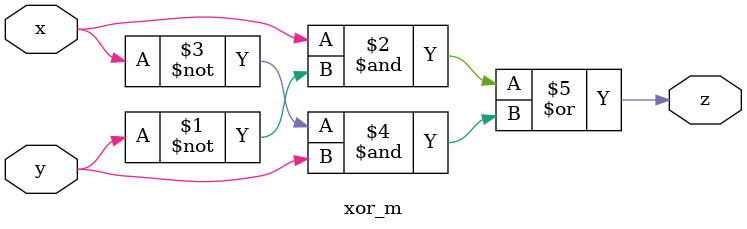
<source format=v>
module xor_m(output z, input x, input y);
    assign
        z = (x & ~y) | (~x & y);
endmodule
</source>
